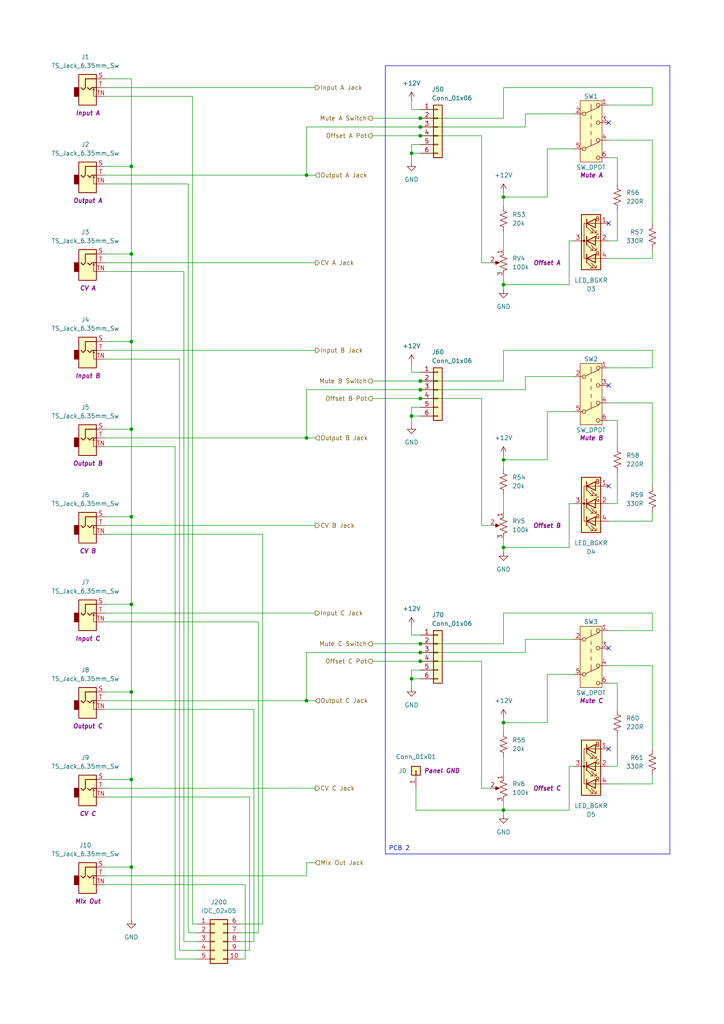
<source format=kicad_sch>
(kicad_sch (version 20231120) (generator "eeschema") (generator_version "8.0")
  (paper "A4" portrait)
  (title_block (company "DMH Instruments") (comment 1 "PCB for 5 cm Kosmo format synthesizer module"))
  (lib_symbols
    (symbol "Connector_Generic:Conn_01x01" (pin_names (offset 1.016) hide)
      (property "Reference" "J" (at 0 2.54 0))
      (property "Value" "Conn_01x01" (at 0 -2.54 0))
      (symbol "Conn_01x01_1_1"
        (rectangle (start -1.27 0.127) (end 0 -0.127) (stroke (width 0.1524)))
        (rectangle (start -1.27 1.27) (end 1.27 -1.27) (stroke (width 0.254)) (fill (type background)))
        (pin passive line (at -5.08 0 0) (length 3.81) (name "Pin_1") (number "1"))
      )
    )
    (symbol "Connector_Generic:Conn_01x06" (pin_names (offset 1.016) hide)
      (property "Reference" "J" (at 0 7.62 0))
      (property "Value" "Conn_01x06" (at 0 -10.16 0))
      (symbol "Conn_01x06_1_1"
        (rectangle (start -1.27 -7.493) (end 0 -7.747) (stroke (width 0.1524)))
        (rectangle (start -1.27 -4.953) (end 0 -5.207) (stroke (width 0.1524)))
        (rectangle (start -1.27 -2.413) (end 0 -2.667) (stroke (width 0.1524)))
        (rectangle (start -1.27 0.127) (end 0 -0.127) (stroke (width 0.1524)))
        (rectangle (start -1.27 2.667) (end 0 2.413) (stroke (width 0.1524)))
        (rectangle (start -1.27 5.207) (end 0 4.953) (stroke (width 0.1524)))
        (rectangle (start -1.27 6.35) (end 1.27 -8.89) (stroke (width 0.254)) (fill (type background)))
        (pin passive line (at -5.08 5.08 0) (length 3.81) (name "Pin_1") (number "1"))
        (pin passive line (at -5.08 2.54 0) (length 3.81) (name "Pin_2") (number "2"))
        (pin passive line (at -5.08 0 0) (length 3.81) (name "Pin_3") (number "3"))
        (pin passive line (at -5.08 -2.54 0) (length 3.81) (name "Pin_4") (number "4"))
        (pin passive line (at -5.08 -5.08 0) (length 3.81) (name "Pin_5") (number "5"))
        (pin passive line (at -5.08 -7.62 0) (length 3.81) (name "Pin_6") (number "6"))
      )
    )
    (symbol "Device:LED_BGKR" (pin_names (offset 0) hide)
      (property "Reference" "D" (at 0 9.398 0))
      (property "Value" "LED_BGKR" (at 0 -8.89 0))
      (symbol "LED_BGKR_0_0"
        (text "B" (at 1.905 -6.35 0) (effects (font (size 1.27 1.27))))
        (text "G" (at 1.905 -1.27 0) (effects (font (size 1.27 1.27))))
        (text "R" (at 1.905 3.81 0) (effects (font (size 1.27 1.27))))
      )
      (symbol "LED_BGKR_0_1"
        (circle (center -2.032 0) (radius 0.254) (fill (type outline)))
        (polyline (pts (xy -1.27 -5.08) (xy 1.27 -5.08)))
        (polyline (pts (xy -1.27 -3.81) (xy -1.27 -6.35)) (stroke (width 0.254)))
        (polyline (pts (xy -1.27 0) (xy -2.54 0)))
        (polyline (pts (xy -1.27 1.27) (xy -1.27 -1.27)) (stroke (width 0.254)))
        (polyline (pts (xy -1.27 5.08) (xy 1.27 5.08)))
        (polyline (pts (xy -1.27 6.35) (xy -1.27 3.81)) (stroke (width 0.254)))
        (polyline (pts (xy 1.27 -5.08) (xy 2.54 -5.08)))
        (polyline (pts (xy 1.27 0) (xy -1.27 0)))
        (polyline (pts (xy 1.27 0) (xy 2.54 0)))
        (polyline (pts (xy 1.27 5.08) (xy 2.54 5.08)))
        (polyline (pts (xy -1.27 1.27) (xy -1.27 -1.27) (xy -1.27 -1.27)))
        (polyline (pts (xy -1.27 6.35) (xy -1.27 3.81) (xy -1.27 3.81)))
        (polyline (pts (xy -1.27 5.08) (xy -2.032 5.08) (xy -2.032 -5.08) (xy -1.016 -5.08)))
        (polyline (pts (xy 1.27 -3.81) (xy 1.27 -6.35) (xy -1.27 -5.08) (xy 1.27 -3.81)) (stroke (width 0.254)))
        (polyline (pts (xy 1.27 1.27) (xy 1.27 -1.27) (xy -1.27 0) (xy 1.27 1.27)) (stroke (width 0.254)))
        (polyline (pts (xy 1.27 6.35) (xy 1.27 3.81) (xy -1.27 5.08) (xy 1.27 6.35)) (stroke (width 0.254)))
        (polyline (pts (xy -1.016 -3.81) (xy 0.508 -2.286) (xy -0.254 -2.286) (xy 0.508 -2.286) (xy 0.508 -3.048)))
        (polyline (pts (xy -1.016 1.27) (xy 0.508 2.794) (xy -0.254 2.794) (xy 0.508 2.794) (xy 0.508 2.032)))
        (polyline (pts (xy -1.016 6.35) (xy 0.508 7.874) (xy -0.254 7.874) (xy 0.508 7.874) (xy 0.508 7.112)))
        (polyline (pts (xy 0 -3.81) (xy 1.524 -2.286) (xy 0.762 -2.286) (xy 1.524 -2.286) (xy 1.524 -3.048)))
        (polyline (pts (xy 0 1.27) (xy 1.524 2.794) (xy 0.762 2.794) (xy 1.524 2.794) (xy 1.524 2.032)))
        (polyline (pts (xy 0 6.35) (xy 1.524 7.874) (xy 0.762 7.874) (xy 1.524 7.874) (xy 1.524 7.112)))
        (rectangle (start 1.27 -1.27) (end 1.27 1.27))
        (rectangle (start 1.27 1.27) (end 1.27 1.27))
        (rectangle (start 1.27 3.81) (end 1.27 6.35))
        (rectangle (start 1.27 6.35) (end 1.27 6.35))
        (rectangle (start 2.794 8.382) (end -2.794 -7.62) (stroke (width 0.254)) (fill (type background)))
      )
      (symbol "LED_BGKR_1_1"
        (pin passive line (at 5.08 -5.08 180) (length 2.54) (name "BA") (number "1"))
        (pin passive line (at 5.08 0 180) (length 2.54) (name "GA") (number "2"))
        (pin passive line (at -5.08 0 0) (length 2.54) (name "K") (number "3"))
        (pin passive line (at 5.08 5.08 180) (length 2.54) (name "RA") (number "4"))
      )
    )
    (symbol "Device:R_Potentiometer_US" (pin_names (offset 1.016) hide)
      (property "Reference" "RV" (at -4.445 0 90))
      (property "Value" "R_Potentiometer_US" (at -2.54 0 90))
      (symbol "R_Potentiometer_US_0_1"
        (polyline (pts (xy 0 -2.286) (xy 0 -2.54)))
        (polyline (pts (xy 0 2.54) (xy 0 2.286)))
        (polyline (pts (xy 2.54 0) (xy 1.524 0)))
        (polyline (pts (xy 1.143 0) (xy 2.286 0.508) (xy 2.286 -0.508) (xy 1.143 0)) (fill (type outline)))
        (polyline (pts (xy 0 -0.762) (xy 1.016 -1.143) (xy 0 -1.524) (xy -1.016 -1.905) (xy 0 -2.286)))
        (polyline (pts (xy 0 0.762) (xy 1.016 0.381) (xy 0 0) (xy -1.016 -0.381) (xy 0 -0.762)))
        (polyline (pts (xy 0 2.286) (xy 1.016 1.905) (xy 0 1.524) (xy -1.016 1.143) (xy 0 0.762)))
      )
      (symbol "R_Potentiometer_US_1_1"
        (pin passive line (at 0 3.81 270) (length 1.27) (name "1") (number "1"))
        (pin passive line (at 3.81 0 180) (length 1.27) (name "2") (number "2"))
        (pin passive line (at 0 -3.81 90) (length 1.27) (name "3") (number "3"))
      )
    )
    (symbol "Device:R_US" (pin_numbers hide) (pin_names (offset 0))
      (property "Reference" "R" (at 2.54 0 90))
      (property "Value" "R_US" (at -2.54 0 90))
      (symbol "R_US_0_1"
        (polyline (pts (xy 0 -2.286) (xy 0 -2.54)))
        (polyline (pts (xy 0 2.286) (xy 0 2.54)))
        (polyline (pts (xy 0 -0.762) (xy 1.016 -1.143) (xy 0 -1.524) (xy -1.016 -1.905) (xy 0 -2.286)))
        (polyline (pts (xy 0 0.762) (xy 1.016 0.381) (xy 0 0) (xy -1.016 -0.381) (xy 0 -0.762)))
        (polyline (pts (xy 0 2.286) (xy 1.016 1.905) (xy 0 1.524) (xy -1.016 1.143) (xy 0 0.762)))
      )
      (symbol "R_US_1_1"
        (pin passive line (at 0 3.81 270) (length 1.27) (name "~") (number "1"))
        (pin passive line (at 0 -3.81 90) (length 1.27) (name "~") (number "2"))
      )
    )
    (symbol "SynthStuff:BackBone_Connector_10Pin" (pin_names (offset 1.016) hide)
      (property "Reference" "J" (at 0 -10.922 0))
      (property "Value" "IDC_02x05" (at 0 -8.382 0))
      (symbol "BackBone_Connector_10Pin_1_1"
        (rectangle (start -2.54 -4.953) (end -1.27 -5.207) (stroke (width 0.1524)))
        (rectangle (start -2.54 -2.413) (end -1.27 -2.667) (stroke (width 0.1524)))
        (rectangle (start -2.54 0.127) (end -1.27 -0.127) (stroke (width 0.1524)))
        (rectangle (start -2.54 2.667) (end -1.27 2.413) (stroke (width 0.1524)))
        (rectangle (start -2.54 5.207) (end -1.27 4.953) (stroke (width 0.1524)))
        (rectangle (start -2.54 6.35) (end 2.54 -6.35) (stroke (width 0.254)) (fill (type background)))
        (rectangle (start 2.54 -4.953) (end 1.27 -5.207) (stroke (width 0.1524)))
        (rectangle (start 2.54 -2.413) (end 1.27 -2.667) (stroke (width 0.1524)))
        (rectangle (start 2.54 0.127) (end 1.27 -0.127) (stroke (width 0.1524)))
        (rectangle (start 2.54 2.667) (end 1.27 2.413) (stroke (width 0.1524)))
        (rectangle (start 2.54 5.207) (end 1.27 4.953) (stroke (width 0.1524)))
        (pin passive line (at -6.35 5.08 0) (length 3.81) (name "Pin_1") (number "1"))
        (pin passive line (at 6.35 -5.08 180) (length 3.81) (name "Pin_10") (number "10"))
        (pin passive line (at -6.35 2.54 0) (length 3.81) (name "Pin_2") (number "2"))
        (pin passive line (at -6.35 0 0) (length 3.81) (name "Pin_3") (number "3"))
        (pin passive line (at -6.35 -2.54 0) (length 3.81) (name "Pin_4") (number "4"))
        (pin passive line (at -6.35 -5.08 0) (length 3.81) (name "Pin_5") (number "5"))
        (pin passive line (at 6.35 5.08 180) (length 3.81) (name "Pin_6") (number "6"))
        (pin passive line (at 6.35 2.54 180) (length 3.81) (name "Pin_7") (number "7"))
        (pin passive line (at 6.35 0 180) (length 3.81) (name "Pin_8") (number "8"))
        (pin passive line (at 6.35 -2.54 180) (length 3.81) (name "Pin_9") (number "9"))
      )
    )
    (symbol "SynthStuff:Switch_DPDT" (pin_names (offset 0) hide)
      (property "Reference" "SW" (at 0 -13.97 0))
      (property "Value" "SW_DPDT" (at 0 -11.43 0))
      (symbol "Switch_DPDT_0_0"
        (circle (center -2.032 -5.08) (radius 0.508))
        (circle (center -2.032 5.08) (radius 0.508))
        (circle (center 2.032 -7.62) (radius 0.508))
        (circle (center 2.032 2.54) (radius 0.508))
      )
      (symbol "Switch_DPDT_0_1"
        (polyline (pts (xy -1.524 -4.826) (xy 2.3368 -3.0988)))
        (polyline (pts (xy -1.524 5.334) (xy 2.3368 7.0612)))
        (polyline (pts (xy 0 -2.286) (xy 0 -4.064)))
        (polyline (pts (xy 0 -1.016) (xy 0 0)))
        (polyline (pts (xy 0 1.27) (xy 0 2.286)))
        (polyline (pts (xy 0 3.556) (xy 0 4.572)))
        (polyline (pts (xy 0 7.874) (xy 0 6.096)))
        (circle (center 2.032 -2.54) (radius 0.508))
        (circle (center 2.032 7.62) (radius 0.508))
      )
      (symbol "Switch_DPDT_1_1"
        (rectangle (start -3.175 8.89) (end 3.175 -8.89) (fill (type background)))
        (pin passive line (at 5.08 7.62 180) (length 2.54) (name "A") (number "1"))
        (pin passive line (at -5.08 5.08 0) (length 2.54) (name "B") (number "2"))
        (pin passive line (at 5.08 2.54 180) (length 2.54) (name "C") (number "3"))
        (pin passive line (at 5.08 -2.54 180) (length 2.54) (name "A") (number "4"))
        (pin passive line (at -5.08 -5.08 0) (length 2.54) (name "B") (number "5"))
        (pin passive line (at 5.08 -7.62 180) (length 2.54) (name "C") (number "6"))
      )
    )
    (symbol "SynthStuff:TS_Jack_6.35mm_Sw"
      (property "Reference" "J" (at -0.635 8.89 0))
      (property "Value" "TS_Jack_6.35mm_Sw" (at -0.635 6.35 0))
      (symbol "TS_Jack_6.35mm_Sw_0_1"
        (rectangle (start -2.54 0) (end -3.81 -2.54) (stroke (width 0.254)) (fill (type outline)))
        (polyline (pts (xy 1.778 -0.254) (xy 2.032 -0.762)))
        (polyline (pts (xy 0 0) (xy 0.635 -0.635) (xy 1.27 0) (xy 2.54 0)) (stroke (width 0.254)))
        (polyline (pts (xy 2.54 -2.54) (xy 1.778 -2.54) (xy 1.778 -0.254) (xy 1.524 -0.762)))
        (polyline (pts (xy 2.54 2.54) (xy -0.635 2.54) (xy -0.635 0) (xy -1.27 -0.635) (xy -1.905 0)) (stroke (width 0.254)))
        (rectangle (start 2.54 3.81) (end -2.54 -5.08) (stroke (width 0.254)) (fill (type background)))
      )
      (symbol "TS_Jack_6.35mm_Sw_1_1"
        (pin passive line (at 5.08 2.54 180) (length 2.54) (name "~") (number "S"))
        (pin passive line (at 5.08 0 180) (length 2.54) (name "~") (number "T"))
        (pin passive line (at 5.08 -2.54 180) (length 2.54) (name "~") (number "TN"))
      )
    )
    (symbol "power:+12V" (power) (pin_numbers hide) (pin_names (offset 0) hide)
      (property "Value" "+12V" (at 0 3.556 0))
      (symbol "+12V_0_1"
        (polyline (pts (xy -0.762 1.27) (xy 0 2.54)))
        (polyline (pts (xy 0 0) (xy 0 2.54)))
        (polyline (pts (xy 0 2.54) (xy 0.762 1.27)))
      )
      (symbol "+12V_1_1"
        (pin power_in line (at 0 0 90) (length 0) (name "~") (number "1"))
      )
    )
    (symbol "power:GND" (power) (pin_numbers hide) (pin_names (offset 0) hide)
      (property "Value" "GND" (at 0 -3.81 0))
      (symbol "GND_0_1"
        (polyline (pts (xy 0 0) (xy 0 -1.27) (xy 1.27 -1.27) (xy 0 -2.54) (xy -1.27 -1.27) (xy 0 -1.27)))
      )
      (symbol "GND_1_1"
        (pin power_in line (at 0 0 270) (length 0) (name "~") (number "1"))
      )
    )
  )
  (junction (at 38.1 200.66))
  (junction (at 38.1 226.06))
  (junction (at 121.92 39.37))
  (junction (at 146.05 209.55))
  (junction (at 146.05 133.35))
  (junction (at 38.1 175.26))
  (junction (at 146.05 158.75))
  (junction (at 119.38 44.45))
  (junction (at 121.92 34.29))
  (junction (at 121.92 189.23))
  (junction (at 88.9 127))
  (junction (at 119.38 196.85))
  (junction (at 88.9 203.2))
  (junction (at 88.9 50.8))
  (junction (at 38.1 48.26))
  (junction (at 38.1 99.06))
  (junction (at 121.92 36.83))
  (junction (at 38.1 73.66))
  (junction (at 121.92 186.69))
  (junction (at 119.38 120.65))
  (junction (at 146.05 82.55))
  (junction (at 38.1 124.46))
  (junction (at 121.92 115.57))
  (junction (at 146.05 57.15))
  (junction (at 146.05 234.95))
  (junction (at 121.92 113.03))
  (junction (at 38.1 251.46))
  (junction (at 121.92 110.49))
  (junction (at 38.1 149.86))
  (junction (at 121.92 191.77))
  (no_connect (at 176.53 140.97))
  (no_connect (at 176.53 111.76))
  (no_connect (at 176.53 217.17))
  (no_connect (at 176.53 64.77))
  (no_connect (at 176.53 35.56))
  (no_connect (at 176.53 187.96))
  (wire (pts (xy 107.95 34.29) (xy 121.92 34.29)))
  (wire (pts (xy 189.23 151.13) (xy 189.23 148.59)))
  (wire (pts (xy 38.1 124.46) (xy 38.1 99.06)))
  (wire (pts (xy 38.1 251.46) (xy 38.1 226.06)))
  (wire (pts (xy 176.53 121.92) (xy 179.07 121.92)))
  (wire (pts (xy 38.1 200.66) (xy 38.1 175.26)))
  (wire (pts (xy 119.38 196.85) (xy 121.92 196.85)))
  (wire (pts (xy 146.05 219.71) (xy 146.05 224.79)))
  (wire (pts (xy 166.37 69.85) (xy 165.1 69.85)))
  (wire (pts (xy 121.92 189.23) (xy 88.9 189.23)))
  (wire (pts (xy 119.38 194.31) (xy 119.38 196.85)))
  (wire (pts (xy 189.23 40.64) (xy 189.23 64.77)))
  (wire (pts (xy 146.05 232.41) (xy 146.05 234.95)))
  (wire (pts (xy 107.95 110.49) (xy 121.92 110.49)))
  (wire (pts (xy 189.23 227.33) (xy 189.23 224.79)))
  (wire (pts (xy 57.15 278.13) (xy 50.8 278.13)))
  (wire (pts (xy 88.9 250.19) (xy 91.44 250.19)))
  (wire (pts (xy 69.85 270.51) (xy 74.93 270.51)))
  (wire (pts (xy 146.05 132.08) (xy 146.05 133.35)))
  (wire (pts (xy 146.05 143.51) (xy 146.05 148.59)))
  (wire (pts (xy 121.92 113.03) (xy 88.9 113.03)))
  (wire (pts (xy 165.1 69.85) (xy 165.1 82.55)))
  (wire (pts (xy 152.4 185.42) (xy 152.4 189.23)))
  (wire (pts (xy 88.9 189.23) (xy 88.9 203.2)))
  (wire (pts (xy 30.48 127) (xy 88.9 127)))
  (wire (pts (xy 53.34 78.74) (xy 30.48 78.74)))
  (wire (pts (xy 142.24 152.4) (xy 139.7 152.4)))
  (wire (pts (xy 69.85 267.97) (xy 76.2 267.97)))
  (wire (pts (xy 69.85 273.05) (xy 73.66 273.05)))
  (wire (pts (xy 176.53 146.05) (xy 179.07 146.05)))
  (wire (pts (xy 176.53 69.85) (xy 179.07 69.85)))
  (wire (pts (xy 158.75 43.18) (xy 166.37 43.18)))
  (wire (pts (xy 72.39 231.14) (xy 72.39 275.59)))
  (wire (pts (xy 30.48 152.4) (xy 91.44 152.4)))
  (wire (pts (xy 165.1 158.75) (xy 146.05 158.75)))
  (wire (pts (xy 152.4 109.22) (xy 152.4 113.03)))
  (wire (pts (xy 146.05 80.01) (xy 146.05 82.55)))
  (wire (pts (xy 146.05 82.55) (xy 165.1 82.55)))
  (wire (pts (xy 158.75 133.35) (xy 146.05 133.35)))
  (wire (pts (xy 146.05 34.29) (xy 121.92 34.29)))
  (wire (pts (xy 52.07 275.59) (xy 52.07 104.14)))
  (wire (pts (xy 119.38 118.11) (xy 119.38 120.65)))
  (wire (pts (xy 30.48 203.2) (xy 88.9 203.2)))
  (wire (pts (xy 189.23 25.4) (xy 146.05 25.4)))
  (wire (pts (xy 176.53 193.04) (xy 189.23 193.04)))
  (wire (pts (xy 30.48 124.46) (xy 38.1 124.46)))
  (wire (pts (xy 152.4 33.02) (xy 166.37 33.02)))
  (wire (pts (xy 121.92 44.45) (xy 119.38 44.45)))
  (wire (pts (xy 179.07 121.92) (xy 179.07 129.54)))
  (wire (pts (xy 146.05 209.55) (xy 158.75 209.55)))
  (wire (pts (xy 30.48 99.06) (xy 38.1 99.06)))
  (wire (pts (xy 73.66 205.74) (xy 73.66 273.05)))
  (wire (pts (xy 176.53 198.12) (xy 179.07 198.12)))
  (wire (pts (xy 30.48 76.2) (xy 91.44 76.2)))
  (wire (pts (xy 119.38 199.39) (xy 119.38 196.85)))
  (wire (pts (xy 179.07 137.16) (xy 179.07 146.05)))
  (wire (pts (xy 119.38 120.65) (xy 119.38 123.19)))
  (wire (pts (xy 166.37 146.05) (xy 165.1 146.05)))
  (wire (pts (xy 166.37 222.25) (xy 165.1 222.25)))
  (wire (pts (xy 139.7 76.2) (xy 139.7 39.37)))
  (wire (pts (xy 146.05 110.49) (xy 121.92 110.49)))
  (wire (pts (xy 176.53 106.68) (xy 189.23 106.68)))
  (wire (pts (xy 158.75 57.15) (xy 158.75 43.18)))
  (wire (pts (xy 38.1 48.26) (xy 38.1 22.86)))
  (wire (pts (xy 119.38 181.61) (xy 119.38 184.15)))
  (wire (pts (xy 146.05 186.69) (xy 121.92 186.69)))
  (wire (pts (xy 179.07 45.72) (xy 179.07 53.34)))
  (wire (pts (xy 152.4 33.02) (xy 152.4 36.83)))
  (wire (pts (xy 139.7 115.57) (xy 121.92 115.57)))
  (wire (pts (xy 30.48 226.06) (xy 38.1 226.06)))
  (wire (pts (xy 176.53 116.84) (xy 189.23 116.84)))
  (wire (pts (xy 57.15 273.05) (xy 53.34 273.05)))
  (wire (pts (xy 176.53 227.33) (xy 189.23 227.33)))
  (wire (pts (xy 38.1 73.66) (xy 38.1 48.26)))
  (wire (pts (xy 107.95 191.77) (xy 121.92 191.77)))
  (wire (pts (xy 30.48 251.46) (xy 38.1 251.46)))
  (wire (pts (xy 189.23 177.8) (xy 146.05 177.8)))
  (wire (pts (xy 55.88 267.97) (xy 55.88 27.94)))
  (wire (pts (xy 142.24 76.2) (xy 139.7 76.2)))
  (wire (pts (xy 152.4 113.03) (xy 121.92 113.03)))
  (wire (pts (xy 139.7 152.4) (xy 139.7 115.57)))
  (wire (pts (xy 179.07 213.36) (xy 179.07 222.25)))
  (wire (pts (xy 139.7 39.37) (xy 121.92 39.37)))
  (wire (pts (xy 121.92 120.65) (xy 119.38 120.65)))
  (wire (pts (xy 71.12 256.54) (xy 71.12 278.13)))
  (wire (pts (xy 52.07 104.14) (xy 30.48 104.14)))
  (wire (pts (xy 179.07 69.85) (xy 179.07 60.96)))
  (wire (pts (xy 38.1 266.7) (xy 38.1 251.46)))
  (wire (pts (xy 166.37 185.42) (xy 152.4 185.42)))
  (wire (pts (xy 189.23 101.6) (xy 146.05 101.6)))
  (wire (pts (xy 146.05 177.8) (xy 146.05 186.69)))
  (wire (pts (xy 120.65 228.6) (xy 120.65 234.95)))
  (wire (pts (xy 121.92 194.31) (xy 119.38 194.31)))
  (wire (pts (xy 189.23 182.88) (xy 189.23 177.8)))
  (wire (pts (xy 189.23 217.17) (xy 189.23 193.04)))
  (wire (pts (xy 38.1 22.86) (xy 30.48 22.86)))
  (wire (pts (xy 107.95 115.57) (xy 121.92 115.57)))
  (wire (pts (xy 50.8 278.13) (xy 50.8 129.54)))
  (wire (pts (xy 30.48 200.66) (xy 38.1 200.66)))
  (wire (pts (xy 30.48 177.8) (xy 91.44 177.8)))
  (wire (pts (xy 176.53 40.64) (xy 189.23 40.64)))
  (wire (pts (xy 158.75 195.58) (xy 158.75 209.55)))
  (wire (pts (xy 72.39 275.59) (xy 69.85 275.59)))
  (wire (pts (xy 121.92 118.11) (xy 119.38 118.11)))
  (wire (pts (xy 57.15 270.51) (xy 54.61 270.51)))
  (wire (pts (xy 76.2 154.94) (xy 76.2 267.97)))
  (wire (pts (xy 107.95 186.69) (xy 121.92 186.69)))
  (wire (pts (xy 88.9 127) (xy 91.44 127)))
  (wire (pts (xy 88.9 113.03) (xy 88.9 127)))
  (wire (pts (xy 146.05 209.55) (xy 146.05 212.09)))
  (wire (pts (xy 139.7 228.6) (xy 139.7 191.77)))
  (wire (pts (xy 146.05 55.88) (xy 146.05 57.15)))
  (wire (pts (xy 166.37 109.22) (xy 152.4 109.22)))
  (wire (pts (xy 38.1 149.86) (xy 38.1 124.46)))
  (wire (pts (xy 146.05 234.95) (xy 165.1 234.95)))
  (wire (pts (xy 119.38 31.75) (xy 119.38 29.21)))
  (wire (pts (xy 121.92 41.91) (xy 119.38 41.91)))
  (wire (pts (xy 189.23 106.68) (xy 189.23 101.6)))
  (wire (pts (xy 165.1 222.25) (xy 165.1 234.95)))
  (wire (pts (xy 146.05 67.31) (xy 146.05 72.39)))
  (wire (pts (xy 176.53 151.13) (xy 189.23 151.13)))
  (wire (pts (xy 179.07 198.12) (xy 179.07 205.74)))
  (wire (pts (xy 166.37 119.38) (xy 158.75 119.38)))
  (wire (pts (xy 119.38 44.45) (xy 119.38 46.99)))
  (wire (pts (xy 119.38 41.91) (xy 119.38 44.45)))
  (wire (pts (xy 30.48 149.86) (xy 38.1 149.86)))
  (wire (pts (xy 88.9 50.8) (xy 91.44 50.8)))
  (wire (pts (xy 119.38 107.95) (xy 119.38 105.41)))
  (wire (pts (xy 53.34 273.05) (xy 53.34 78.74)))
  (wire (pts (xy 30.48 175.26) (xy 38.1 175.26)))
  (wire (pts (xy 30.48 101.6) (xy 91.44 101.6)))
  (wire (pts (xy 50.8 129.54) (xy 30.48 129.54)))
  (wire (pts (xy 54.61 53.34) (xy 54.61 270.51)))
  (wire (pts (xy 30.48 73.66) (xy 38.1 73.66)))
  (wire (pts (xy 146.05 57.15) (xy 158.75 57.15)))
  (wire (pts (xy 146.05 25.4) (xy 146.05 34.29)))
  (wire (pts (xy 146.05 82.55) (xy 146.05 83.82)))
  (wire (pts (xy 146.05 101.6) (xy 146.05 110.49)))
  (wire (pts (xy 30.48 180.34) (xy 74.93 180.34)))
  (wire (pts (xy 30.48 25.4) (xy 91.44 25.4)))
  (wire (pts (xy 88.9 36.83) (xy 88.9 50.8)))
  (wire (pts (xy 74.93 180.34) (xy 74.93 270.51)))
  (wire (pts (xy 30.48 256.54) (xy 71.12 256.54)))
  (wire (pts (xy 189.23 140.97) (xy 189.23 116.84)))
  (wire (pts (xy 38.1 175.26) (xy 38.1 149.86)))
  (wire (pts (xy 166.37 195.58) (xy 158.75 195.58)))
  (wire (pts (xy 121.92 36.83) (xy 152.4 36.83)))
  (wire (pts (xy 107.95 39.37) (xy 121.92 39.37)))
  (wire (pts (xy 121.92 36.83) (xy 88.9 36.83)))
  (wire (pts (xy 142.24 228.6) (xy 139.7 228.6)))
  (wire (pts (xy 176.53 45.72) (xy 179.07 45.72)))
  (wire (pts (xy 146.05 57.15) (xy 146.05 59.69)))
  (wire (pts (xy 30.48 50.8) (xy 88.9 50.8)))
  (wire (pts (xy 88.9 254) (xy 88.9 250.19)))
  (wire (pts (xy 30.48 254) (xy 88.9 254)))
  (wire (pts (xy 176.53 222.25) (xy 179.07 222.25)))
  (wire (pts (xy 38.1 99.06) (xy 38.1 73.66)))
  (wire (pts (xy 189.23 74.93) (xy 176.53 74.93)))
  (wire (pts (xy 146.05 158.75) (xy 146.05 160.02)))
  (wire (pts (xy 57.15 275.59) (xy 52.07 275.59)))
  (wire (pts (xy 121.92 107.95) (xy 119.38 107.95)))
  (wire (pts (xy 30.48 154.94) (xy 76.2 154.94)))
  (wire (pts (xy 119.38 184.15) (xy 121.92 184.15)))
  (wire (pts (xy 30.48 48.26) (xy 38.1 48.26)))
  (wire (pts (xy 176.53 182.88) (xy 189.23 182.88)))
  (wire (pts (xy 30.48 205.74) (xy 73.66 205.74)))
  (wire (pts (xy 146.05 208.28) (xy 146.05 209.55)))
  (wire (pts (xy 189.23 30.48) (xy 189.23 25.4)))
  (wire (pts (xy 189.23 72.39) (xy 189.23 74.93)))
  (wire (pts (xy 139.7 191.77) (xy 121.92 191.77)))
  (wire (pts (xy 158.75 119.38) (xy 158.75 133.35)))
  (wire (pts (xy 30.48 53.34) (xy 54.61 53.34)))
  (wire (pts (xy 146.05 133.35) (xy 146.05 135.89)))
  (wire (pts (xy 121.92 31.75) (xy 119.38 31.75)))
  (wire (pts (xy 120.65 234.95) (xy 146.05 234.95)))
  (wire (pts (xy 152.4 189.23) (xy 121.92 189.23)))
  (wire (pts (xy 88.9 203.2) (xy 91.44 203.2)))
  (wire (pts (xy 71.12 278.13) (xy 69.85 278.13)))
  (wire (pts (xy 176.53 30.48) (xy 189.23 30.48)))
  (wire (pts (xy 146.05 234.95) (xy 146.05 236.22)))
  (wire (pts (xy 57.15 267.97) (xy 55.88 267.97)))
  (wire (pts (xy 38.1 226.06) (xy 38.1 200.66)))
  (wire (pts (xy 55.88 27.94) (xy 30.48 27.94)))
  (wire (pts (xy 30.48 228.6) (xy 91.44 228.6)))
  (wire (pts (xy 30.48 231.14) (xy 72.39 231.14)))
  (wire (pts (xy 165.1 146.05) (xy 165.1 158.75)))
  (wire (pts (xy 146.05 156.21) (xy 146.05 158.75)))
  (rectangle (start 111.76 19.05) (end 194.31 247.65))
  (text "PCB 2" (at 115.824 246.126 0) (effects (font (size 1.27 1.27))))
  (hierarchical_label "Offset B Pot" (shape output) (at 107.95 115.57 180))
  (hierarchical_label "Offset C Pot" (shape output) (at 107.95 191.77 180))
  (hierarchical_label "CV C Jack" (shape output) (at 91.44 228.6 0))
  (hierarchical_label "Offset A Pot" (shape output) (at 107.95 39.37 180))
  (hierarchical_label "Mute A Switch" (shape output) (at 107.95 34.29 180))
  (hierarchical_label "Output A Jack" (shape input) (at 91.44 50.8 0))
  (hierarchical_label "Mute B Switch" (shape output) (at 107.95 110.49 180))
  (hierarchical_label "Output C Jack" (shape input) (at 91.44 203.2 0))
  (hierarchical_label "Output B Jack" (shape input) (at 91.44 127 0))
  (hierarchical_label "CV A Jack" (shape output) (at 91.44 76.2 0))
  (hierarchical_label "Input B Jack" (shape output) (at 91.44 101.6 0))
  (hierarchical_label "Mute C Switch" (shape output) (at 107.95 186.69 180))
  (hierarchical_label "CV B Jack" (shape output) (at 91.44 152.4 0))
  (hierarchical_label "Input A Jack" (shape output) (at 91.44 25.4 0))
  (hierarchical_label "Input C Jack" (shape output) (at 91.44 177.8 0))
  (hierarchical_label "Mix Out Jack" (shape input) (at 91.44 250.19 0))
  (symbol (lib_id "SynthStuff:TS_Jack_6.35mm_Sw") (at 25.4 228.6 0) (unit 1)
    (property "Reference" "J9" (at 24.765 219.71 0))
    (property "Value" "TS_Jack_6.35mm_Sw" (at 24.765 222.25 0))
    (property "Footprint" "SynthStuff:CUI_MJ-63052A" (effects (hide yes)))
    (property "Description" "Audio Jack, 2 Poles (Mono / TS), Switched T Pole (Normalling), 6.35mm, 1/4inch" (effects (hide yes)))
    (property "Function" "CV C" (at 25.4 235.966 0) (effects (font (thickness 0.254) (bold yes) (italic yes))))
  )
  (symbol (lib_id "SynthStuff:TS_Jack_6.35mm_Sw") (at 25.4 50.8 0) (unit 1)
    (property "Reference" "J2" (at 24.765 41.91 0))
    (property "Value" "TS_Jack_6.35mm_Sw" (at 24.765 44.45 0))
    (property "Footprint" "SynthStuff:CUI_MJ-63052A" (effects (hide yes)))
    (property "Description" "Audio Jack, 2 Poles (Mono / TS), Switched T Pole (Normalling), 6.35mm, 1/4inch" (effects (hide yes)))
    (property "Function" "Output A" (at 25.4 58.166 0) (effects (font (thickness 0.254) (bold yes) (italic yes))))
  )
  (symbol (lib_id "power:GND") (at 119.38 123.19 0) (unit 1)
    (property "Reference" "#PWR045" (effects (hide yes)))
    (property "Value" "GND" (at 119.38 128.27 0))
    (property "Description" "Power symbol creates a global label with name \"GND\" , ground" (effects (hide yes)))
  )
  (symbol (lib_id "power:GND") (at 146.05 160.02 0) (unit 1)
    (property "Reference" "#PWR037" (effects (hide yes)))
    (property "Value" "GND" (at 146.05 165.1 0))
    (property "Description" "Power symbol creates a global label with name \"GND\" , ground" (effects (hide yes)))
  )
  (symbol (lib_id "Device:LED_BGKR") (at 171.45 146.05 0) (mirror x) (unit 1) (on_board no)
    (property "Reference" "D4" (at 171.45 160.02 0))
    (property "Value" "LED_BGKR" (at 171.45 157.48 0))
    (property "Footprint" "LED_THT:LED_D5.0mm-4_RGB" (effects (hide yes)))
    (property "Description" "RGB LED, blue/green/cathode/red" (effects (hide yes)))
  )
  (symbol (lib_id "power:+12V") (at 119.38 105.41 0) (unit 1)
    (property "Reference" "#PWR042" (effects (hide yes)))
    (property "Value" "+12V" (at 119.38 100.33 0))
    (property "Description" "Power symbol creates a global label with name \"+12V\"" (effects (hide yes)))
  )
  (symbol (lib_id "SynthStuff:Switch_DPDT") (at 171.45 38.1 0) (unit 1) (on_board no)
    (property "Reference" "SW1" (at 171.45 27.94 0))
    (property "Value" "SW_DPDT" (at 171.45 48.514 0))
    (property "Footprint" "SynthStuff:PinHeader_2x03_P2.54mm_Vertical_142536" (effects (hide yes)))
    (property "Description" "DPDT switch, can be ON-ON or ON-OFF-ON" (effects (hide yes)))
    (property "Function" "Mute A" (at 171.45 50.8 0) (effects (font (thickness 0.254) (bold yes) (italic yes))))
  )
  (symbol (lib_id "SynthStuff:Switch_DPDT") (at 171.45 190.5 0) (unit 1) (on_board no)
    (property "Reference" "SW3" (at 171.45 180.34 0))
    (property "Value" "SW_DPDT" (at 171.45 200.914 0))
    (property "Footprint" "SynthStuff:PinHeader_2x03_P2.54mm_Vertical_142536" (effects (hide yes)))
    (property "Description" "DPDT switch, can be ON-ON or ON-OFF-ON" (effects (hide yes)))
    (property "Function" "Mute C" (at 171.45 203.2 0) (effects (font (thickness 0.254) (bold yes) (italic yes))))
  )
  (symbol (lib_id "SynthStuff:BackBone_Connector_10Pin") (at 63.5 273.05 0) (unit 1)
    (property "Reference" "J200" (at 63.5 261.62 0))
    (property "Value" "IDC_02x05" (at 63.5 264.16 0))
    (property "Footprint" "SynthStuff:IDC-Header_2x05_P2.54mm_Vertical_BackBone" (effects (hide yes)))
    (property "Description" "IDC jack, 2x5 pins, row a carries same signals as row b." (effects (hide yes)))
  )
  (symbol (lib_id "Device:R_US") (at 179.07 57.15 180) (unit 1) (on_board no)
    (property "Reference" "R56" (at 181.61 55.8799 0) (effects (justify right)))
    (property "Value" "220R" (at 181.61 58.4199 0) (effects (justify right)))
    (property "Footprint" "Resistor_THT:R_Axial_DIN0207_L6.3mm_D2.5mm_P7.62mm_Horizontal" (effects (hide yes)))
    (property "Description" "Resistor, US symbol" (effects (hide yes)))
  )
  (symbol (lib_id "Device:R_Potentiometer_US") (at 146.05 152.4 0) (mirror y) (unit 1) (on_board no)
    (property "Reference" "RV5" (at 148.59 151.1299 0) (effects (justify right)))
    (property "Value" "100k" (at 148.59 153.6699 0) (effects (justify right)))
    (property "Footprint" "SynthStuff:Potentiometer_Alpha_RD901F-40-00D_Single_Vertical" (effects (hide yes)))
    (property "Description" "Potentiometer, US symbol" (effects (hide yes)))
    (property "Function" "Offset B" (at 158.75 152.4 0) (effects (font (thickness 0.254) (bold yes) (italic yes))))
  )
  (symbol (lib_id "SynthStuff:TS_Jack_6.35mm_Sw") (at 25.4 127 0) (unit 1)
    (property "Reference" "J5" (at 24.765 118.11 0))
    (property "Value" "TS_Jack_6.35mm_Sw" (at 24.765 120.65 0))
    (property "Footprint" "SynthStuff:CUI_MJ-63052A" (effects (hide yes)))
    (property "Description" "Audio Jack, 2 Poles (Mono / TS), Switched T Pole (Normalling), 6.35mm, 1/4inch" (effects (hide yes)))
    (property "Function" "Output B" (at 25.4 134.366 0) (effects (font (thickness 0.254) (bold yes) (italic yes))))
  )
  (symbol (lib_id "power:+12V") (at 146.05 55.88 0) (unit 1)
    (property "Reference" "#PWR034" (effects (hide yes)))
    (property "Value" "+12V" (at 146.05 50.8 0))
    (property "Description" "Power symbol creates a global label with name \"+12V\"" (effects (hide yes)))
  )
  (symbol (lib_id "power:GND") (at 119.38 199.39 0) (unit 1)
    (property "Reference" "#PWR046" (effects (hide yes)))
    (property "Value" "GND" (at 119.38 204.47 0))
    (property "Description" "Power symbol creates a global label with name \"GND\" , ground" (effects (hide yes)))
  )
  (symbol (lib_id "SynthStuff:TS_Jack_6.35mm_Sw") (at 25.4 101.6 0) (unit 1)
    (property "Reference" "J4" (at 24.765 92.71 0))
    (property "Value" "TS_Jack_6.35mm_Sw" (at 24.765 95.25 0))
    (property "Footprint" "SynthStuff:CUI_MJ-63052A" (effects (hide yes)))
    (property "Description" "Audio Jack, 2 Poles (Mono / TS), Switched T Pole (Normalling), 6.35mm, 1/4inch" (effects (hide yes)))
    (property "Function" "Input B" (at 25.4 108.966 0) (effects (font (thickness 0.254) (bold yes) (italic yes))))
  )
  (symbol (lib_id "power:+12V") (at 119.38 29.21 0) (unit 1)
    (property "Reference" "#PWR041" (effects (hide yes)))
    (property "Value" "+12V" (at 119.38 24.13 0))
    (property "Description" "Power symbol creates a global label with name \"+12V\"" (effects (hide yes)))
  )
  (symbol (lib_id "SynthStuff:TS_Jack_6.35mm_Sw") (at 25.4 254 0) (unit 1)
    (property "Reference" "J10" (at 24.765 245.11 0))
    (property "Value" "TS_Jack_6.35mm_Sw" (at 24.765 247.65 0))
    (property "Footprint" "SynthStuff:CUI_MJ-63052A" (effects (hide yes)))
    (property "Description" "Audio Jack, 2 Poles (Mono / TS), Switched T Pole (Normalling), 6.35mm, 1/4inch" (effects (hide yes)))
    (property "Function" "Mix Out" (at 25.4 261.366 0) (effects (font (thickness 0.254) (bold yes) (italic yes))))
  )
  (symbol (lib_id "SynthStuff:Switch_DPDT") (at 171.45 114.3 0) (unit 1) (on_board no)
    (property "Reference" "SW2" (at 171.45 104.14 0))
    (property "Value" "SW_DPDT" (at 171.45 124.714 0))
    (property "Footprint" "SynthStuff:PinHeader_2x03_P2.54mm_Vertical_142536" (effects (hide yes)))
    (property "Description" "DPDT switch, can be ON-ON or ON-OFF-ON" (effects (hide yes)))
    (property "Function" "Mute B" (at 171.45 127 0) (effects (font (thickness 0.254) (bold yes) (italic yes))))
  )
  (symbol (lib_id "SynthStuff:TS_Jack_6.35mm_Sw") (at 25.4 177.8 0) (unit 1)
    (property "Reference" "J7" (at 24.765 168.91 0))
    (property "Value" "TS_Jack_6.35mm_Sw" (at 24.765 171.45 0))
    (property "Footprint" "SynthStuff:CUI_MJ-63052A" (effects (hide yes)))
    (property "Description" "Audio Jack, 2 Poles (Mono / TS), Switched T Pole (Normalling), 6.35mm, 1/4inch" (effects (hide yes)))
    (property "Function" "Input C" (at 25.4 185.166 0) (effects (font (thickness 0.254) (bold yes) (italic yes))))
  )
  (symbol (lib_id "power:+12V") (at 146.05 208.28 0) (unit 1)
    (property "Reference" "#PWR038" (effects (hide yes)))
    (property "Value" "+12V" (at 146.05 203.2 0))
    (property "Description" "Power symbol creates a global label with name \"+12V\"" (effects (hide yes)))
  )
  (symbol (lib_id "SynthStuff:TS_Jack_6.35mm_Sw") (at 25.4 203.2 0) (unit 1)
    (property "Reference" "J8" (at 24.765 194.31 0))
    (property "Value" "TS_Jack_6.35mm_Sw" (at 24.765 196.85 0))
    (property "Footprint" "SynthStuff:CUI_MJ-63052A" (effects (hide yes)))
    (property "Description" "Audio Jack, 2 Poles (Mono / TS), Switched T Pole (Normalling), 6.35mm, 1/4inch" (effects (hide yes)))
    (property "Function" "Output C" (at 25.4 210.566 0) (effects (font (thickness 0.254) (bold yes) (italic yes))))
  )
  (symbol (lib_id "Device:R_US") (at 179.07 209.55 180) (unit 1) (on_board no)
    (property "Reference" "R60" (at 181.61 208.2799 0) (effects (justify right)))
    (property "Value" "220R" (at 181.61 210.8199 0) (effects (justify right)))
    (property "Footprint" "Resistor_THT:R_Axial_DIN0207_L6.3mm_D2.5mm_P7.62mm_Horizontal" (effects (hide yes)))
    (property "Description" "Resistor, US symbol" (effects (hide yes)))
  )
  (symbol (lib_id "power:+12V") (at 119.38 181.61 0) (unit 1)
    (property "Reference" "#PWR043" (effects (hide yes)))
    (property "Value" "+12V" (at 119.38 176.53 0))
    (property "Description" "Power symbol creates a global label with name \"+12V\"" (effects (hide yes)))
  )
  (symbol (lib_id "Device:LED_BGKR") (at 171.45 69.85 0) (mirror x) (unit 1) (on_board no)
    (property "Reference" "D3" (at 171.45 83.82 0))
    (property "Value" "LED_BGKR" (at 171.45 81.28 0))
    (property "Footprint" "LED_THT:LED_D5.0mm-4_RGB" (effects (hide yes)))
    (property "Description" "RGB LED, blue/green/cathode/red" (effects (hide yes)))
  )
  (symbol (lib_id "Device:R_US") (at 146.05 139.7 180) (unit 1) (on_board no)
    (property "Reference" "R54" (at 148.59 138.4299 0) (effects (justify right)))
    (property "Value" "20k" (at 148.59 140.9699 0) (effects (justify right)))
    (property "Footprint" "Resistor_THT:R_Axial_DIN0207_L6.3mm_D2.5mm_P7.62mm_Horizontal" (effects (hide yes)))
    (property "Description" "Resistor, US symbol" (effects (hide yes)))
  )
  (symbol (lib_id "Device:R_Potentiometer_US") (at 146.05 76.2 0) (mirror y) (unit 1) (on_board no)
    (property "Reference" "RV4" (at 148.59 74.9299 0) (effects (justify right)))
    (property "Value" "100k" (at 148.59 77.4699 0) (effects (justify right)))
    (property "Footprint" "SynthStuff:Potentiometer_Alpha_RD901F-40-00D_Single_Vertical" (effects (hide yes)))
    (property "Description" "Potentiometer, US symbol" (effects (hide yes)))
    (property "Function" "Offset A" (at 158.75 76.2 0) (effects (font (thickness 0.254) (bold yes) (italic yes))))
  )
  (symbol (lib_id "power:GND") (at 119.38 46.99 0) (unit 1)
    (property "Reference" "#PWR044" (effects (hide yes)))
    (property "Value" "GND" (at 119.38 52.07 0))
    (property "Description" "Power symbol creates a global label with name \"GND\" , ground" (effects (hide yes)))
  )
  (symbol (lib_id "Connector_Generic:Conn_01x06") (at 127 113.03 0) (unit 1)
    (property "Reference" "J60" (at 125.222 102.108 0) (effects (justify left)))
    (property "Value" "Conn_01x06" (at 125.222 104.648 0) (effects (justify left)))
    (property "Footprint" "Connector_PinSocket_2.54mm:PinSocket_1x06_P2.54mm_Vertical" (effects (hide yes)))
    (property "Description" "Generic connector, single row, 01x06, script generated (kicad-library-utils/schlib/autogen/connector/)" (effects (hide yes)))
  )
  (symbol (lib_id "power:GND") (at 146.05 236.22 0) (unit 1)
    (property "Reference" "#PWR039" (effects (hide yes)))
    (property "Value" "GND" (at 146.05 241.3 0))
    (property "Description" "Power symbol creates a global label with name \"GND\" , ground" (effects (hide yes)))
  )
  (symbol (lib_id "Device:LED_BGKR") (at 171.45 222.25 0) (mirror x) (unit 1) (on_board no)
    (property "Reference" "D5" (at 171.45 236.22 0))
    (property "Value" "LED_BGKR" (at 171.45 233.68 0))
    (property "Footprint" "LED_THT:LED_D5.0mm-4_RGB" (effects (hide yes)))
    (property "Description" "RGB LED, blue/green/cathode/red" (effects (hide yes)))
  )
  (symbol (lib_id "power:GND") (at 38.1 266.7 0) (unit 1)
    (property "Reference" "#PWR040" (effects (hide yes)))
    (property "Value" "GND" (at 38.1 271.78 0))
    (property "Description" "Power symbol creates a global label with name \"GND\" , ground" (effects (hide yes)))
  )
  (symbol (lib_id "Connector_Generic:Conn_01x06") (at 127 189.23 0) (unit 1)
    (property "Reference" "J70" (at 125.222 178.308 0) (effects (justify left)))
    (property "Value" "Conn_01x06" (at 125.222 180.848 0) (effects (justify left)))
    (property "Footprint" "Connector_PinSocket_2.54mm:PinSocket_1x06_P2.54mm_Vertical" (effects (hide yes)))
    (property "Description" "Generic connector, single row, 01x06, script generated (kicad-library-utils/schlib/autogen/connector/)" (effects (hide yes)))
  )
  (symbol (lib_id "Connector_Generic:Conn_01x06") (at 127 36.83 0) (unit 1)
    (property "Reference" "J50" (at 125.222 25.908 0) (effects (justify left)))
    (property "Value" "Conn_01x06" (at 125.222 28.448 0) (effects (justify left)))
    (property "Footprint" "Connector_PinSocket_2.54mm:PinSocket_1x06_P2.54mm_Vertical" (effects (hide yes)))
    (property "Description" "Generic connector, single row, 01x06, script generated (kicad-library-utils/schlib/autogen/connector/)" (effects (hide yes)))
  )
  (symbol (lib_id "Device:R_US") (at 179.07 133.35 180) (unit 1) (on_board no)
    (property "Reference" "R58" (at 181.61 132.0799 0) (effects (justify right)))
    (property "Value" "220R" (at 181.61 134.6199 0) (effects (justify right)))
    (property "Footprint" "Resistor_THT:R_Axial_DIN0207_L6.3mm_D2.5mm_P7.62mm_Horizontal" (effects (hide yes)))
    (property "Description" "Resistor, US symbol" (effects (hide yes)))
  )
  (symbol (lib_id "power:+12V") (at 146.05 132.08 0) (unit 1)
    (property "Reference" "#PWR036" (effects (hide yes)))
    (property "Value" "+12V" (at 146.05 127 0))
    (property "Description" "Power symbol creates a global label with name \"+12V\"" (effects (hide yes)))
  )
  (symbol (lib_id "SynthStuff:TS_Jack_6.35mm_Sw") (at 25.4 76.2 0) (unit 1)
    (property "Reference" "J3" (at 24.765 67.31 0))
    (property "Value" "TS_Jack_6.35mm_Sw" (at 24.765 69.85 0))
    (property "Footprint" "SynthStuff:CUI_MJ-63052A" (effects (hide yes)))
    (property "Description" "Audio Jack, 2 Poles (Mono / TS), Switched T Pole (Normalling), 6.35mm, 1/4inch" (effects (hide yes)))
    (property "Function" "CV A" (at 25.4 83.566 0) (effects (font (thickness 0.254) (bold yes) (italic yes))))
  )
  (symbol (lib_id "Device:R_US") (at 189.23 220.98 0) (mirror x) (unit 1) (on_board no)
    (property "Reference" "R61" (at 186.69 219.7099 0) (effects (justify right)))
    (property "Value" "330R" (at 186.69 222.2499 0) (effects (justify right)))
    (property "Footprint" "Resistor_THT:R_Axial_DIN0207_L6.3mm_D2.5mm_P7.62mm_Horizontal" (effects (hide yes)))
    (property "Description" "Resistor, US symbol" (effects (hide yes)))
  )
  (symbol (lib_id "Device:R_Potentiometer_US") (at 146.05 228.6 0) (mirror y) (unit 1) (on_board no)
    (property "Reference" "RV6" (at 148.59 227.3299 0) (effects (justify right)))
    (property "Value" "100k" (at 148.59 229.8699 0) (effects (justify right)))
    (property "Footprint" "SynthStuff:Potentiometer_Alpha_RD901F-40-00D_Single_Vertical" (effects (hide yes)))
    (property "Description" "Potentiometer, US symbol" (effects (hide yes)))
    (property "Function" "Offset C" (at 158.75 228.6 0) (effects (font (thickness 0.254) (bold yes) (italic yes))))
  )
  (symbol (lib_id "Connector_Generic:Conn_01x01") (at 120.65 223.52 90) (unit 1) (on_board no)
    (property "Reference" "J0" (at 115.57 223.52 90) (effects (justify right)))
    (property "Value" "Conn_01x01" (at 120.65 219.456 90))
    (property "Footprint" "Connector_PinHeader_2.54mm:PinHeader_1x01_P2.54mm_Vertical" (effects (hide yes)))
    (property "Description" "Generic connector, single row, 01x01, script generated (kicad-library-utils/schlib/autogen/connector/)" (effects (hide yes)))
    (property "Function" "Panel GND" (at 128.27 223.52 90) (effects (font (thickness 0.254) (bold yes) (italic yes))))
  )
  (symbol (lib_id "Device:R_US") (at 189.23 68.58 0) (mirror x) (unit 1) (on_board no)
    (property "Reference" "R57" (at 186.69 67.3099 0) (effects (justify right)))
    (property "Value" "330R" (at 186.69 69.8499 0) (effects (justify right)))
    (property "Footprint" "Resistor_THT:R_Axial_DIN0207_L6.3mm_D2.5mm_P7.62mm_Horizontal" (effects (hide yes)))
    (property "Description" "Resistor, US symbol" (effects (hide yes)))
  )
  (symbol (lib_id "SynthStuff:TS_Jack_6.35mm_Sw") (at 25.4 25.4 0) (unit 1)
    (property "Reference" "J1" (at 24.765 16.51 0))
    (property "Value" "TS_Jack_6.35mm_Sw" (at 24.765 19.05 0))
    (property "Footprint" "SynthStuff:CUI_MJ-63052A" (effects (hide yes)))
    (property "Description" "Audio Jack, 2 Poles (Mono / TS), Switched T Pole (Normalling), 6.35mm, 1/4inch" (effects (hide yes)))
    (property "Function" "Input A" (at 25.4 32.766 0) (effects (font (thickness 0.254) (bold yes) (italic yes))))
  )
  (symbol (lib_id "SynthStuff:TS_Jack_6.35mm_Sw") (at 25.4 152.4 0) (unit 1)
    (property "Reference" "J6" (at 24.765 143.51 0))
    (property "Value" "TS_Jack_6.35mm_Sw" (at 24.765 146.05 0))
    (property "Footprint" "SynthStuff:CUI_MJ-63052A" (effects (hide yes)))
    (property "Description" "Audio Jack, 2 Poles (Mono / TS), Switched T Pole (Normalling), 6.35mm, 1/4inch" (effects (hide yes)))
    (property "Function" "CV B" (at 25.4 159.766 0) (effects (font (thickness 0.254) (bold yes) (italic yes))))
  )
  (symbol (lib_id "Device:R_US") (at 146.05 215.9 180) (unit 1) (on_board no)
    (property "Reference" "R55" (at 148.59 214.6299 0) (effects (justify right)))
    (property "Value" "20k" (at 148.59 217.1699 0) (effects (justify right)))
    (property "Footprint" "Resistor_THT:R_Axial_DIN0207_L6.3mm_D2.5mm_P7.62mm_Horizontal" (effects (hide yes)))
    (property "Description" "Resistor, US symbol" (effects (hide yes)))
  )
  (symbol (lib_id "Device:R_US") (at 146.05 63.5 180) (unit 1) (on_board no)
    (property "Reference" "R53" (at 148.59 62.2299 0) (effects (justify right)))
    (property "Value" "20k" (at 148.59 64.7699 0) (effects (justify right)))
    (property "Footprint" "Resistor_THT:R_Axial_DIN0207_L6.3mm_D2.5mm_P7.62mm_Horizontal" (effects (hide yes)))
    (property "Description" "Resistor, US symbol" (effects (hide yes)))
  )
  (symbol (lib_id "power:GND") (at 146.05 83.82 0) (unit 1)
    (property "Reference" "#PWR035" (effects (hide yes)))
    (property "Value" "GND" (at 146.05 88.9 0))
    (property "Description" "Power symbol creates a global label with name \"GND\" , ground" (effects (hide yes)))
  )
  (symbol (lib_id "Device:R_US") (at 189.23 144.78 0) (mirror x) (unit 1) (on_board no)
    (property "Reference" "R59" (at 186.69 143.5099 0) (effects (justify right)))
    (property "Value" "330R" (at 186.69 146.0499 0) (effects (justify right)))
    (property "Footprint" "Resistor_THT:R_Axial_DIN0207_L6.3mm_D2.5mm_P7.62mm_Horizontal" (effects (hide yes)))
    (property "Description" "Resistor, US symbol" (effects (hide yes)))
  )
)
</source>
